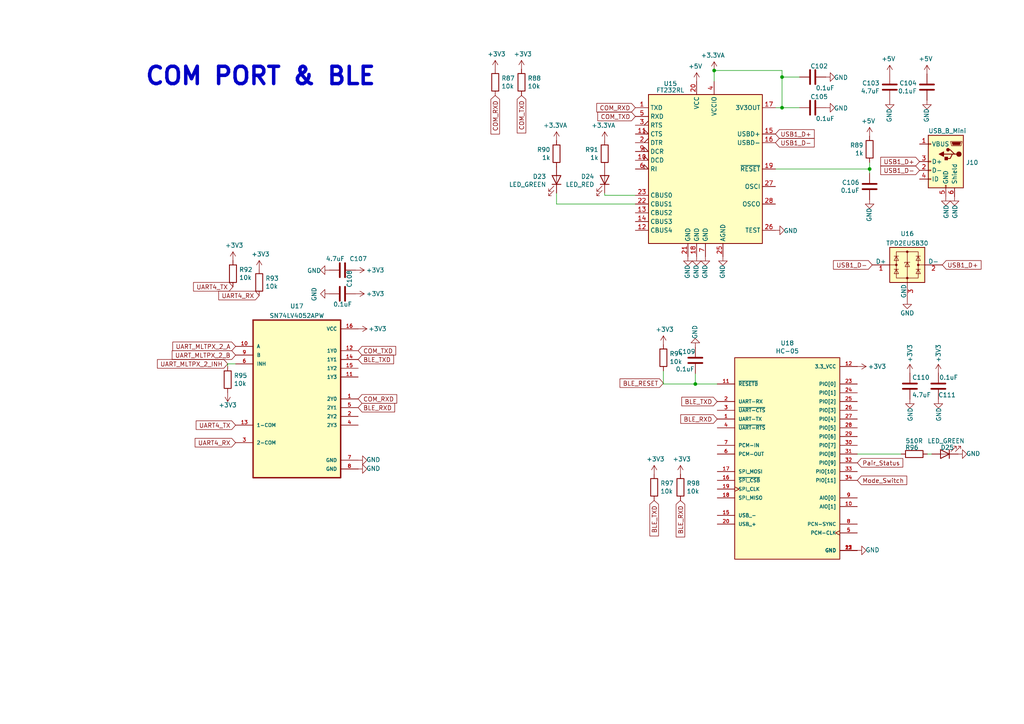
<source format=kicad_sch>
(kicad_sch (version 20211123) (generator eeschema)
  (paper "A4")
  (lib_symbols
    (symbol "Connector:USB_B_Mini" (pin_names (offset 1.016))
      (property "Reference" "J" (at -5.08 11.43 0))
      (property "Value" "USB_B_Mini" (at -5.08 8.89 0))
      (symbol "USB_B_Mini_0_1"
        (rectangle (start -5.08 -7.62) (end 5.08 7.62) (stroke (width 0.254)) (fill (type background)))
        (circle (center -3.81 2.159) (radius 0.635) (stroke (width 0.254)) (fill (type outline)))
        (circle (center -0.635 3.429) (radius 0.381) (stroke (width 0.254)) (fill (type outline)))
        (rectangle (start -0.127 -7.62) (end 0.127 -6.858))
        (polyline (pts (xy -1.905 2.159) (xy 0.635 2.159)) (stroke (width 0.254)))
        (polyline (pts (xy -3.175 2.159) (xy -2.54 2.159) (xy -1.27 3.429) (xy -0.635 3.429)) (stroke (width 0.254)))
        (polyline (pts (xy -2.54 2.159) (xy -1.905 2.159) (xy -1.27 0.889) (xy 0 0.889)) (stroke (width 0.254)))
        (polyline (pts (xy 0.635 2.794) (xy 0.635 1.524) (xy 1.905 2.159) (xy 0.635 2.794)) (stroke (width 0.254)) (fill (type outline)))
        (polyline (pts (xy -4.318 5.588) (xy -1.778 5.588) (xy -2.032 4.826) (xy -4.064 4.826) (xy -4.318 5.588)) (fill (type outline)))
        (polyline (pts (xy -4.699 5.842) (xy -4.699 5.588) (xy -4.445 4.826) (xy -4.445 4.572) (xy -1.651 4.572) (xy -1.651 4.826) (xy -1.397 5.588) (xy -1.397 5.842) (xy -4.699 5.842)))
        (rectangle (start 0.254 1.27) (end -0.508 0.508) (stroke (width 0.254)) (fill (type outline)))
        (rectangle (start 5.08 -5.207) (end 4.318 -4.953))
        (rectangle (start 5.08 -2.667) (end 4.318 -2.413))
        (rectangle (start 5.08 -0.127) (end 4.318 0.127))
        (rectangle (start 5.08 4.953) (end 4.318 5.207))
      )
      (symbol "USB_B_Mini_1_1"
        (pin power_out line (at 7.62 5.08 180) (length 2.54) (name "VBUS") (number "1"))
        (pin bidirectional line (at 7.62 -2.54 180) (length 2.54) (name "D-") (number "2"))
        (pin bidirectional line (at 7.62 0 180) (length 2.54) (name "D+") (number "3"))
        (pin passive line (at 7.62 -5.08 180) (length 2.54) (name "ID") (number "4"))
        (pin power_out line (at 0 -10.16 90) (length 2.54) (name "GND") (number "5"))
        (pin passive line (at -2.54 -10.16 90) (length 2.54) (name "Shield") (number "6"))
      )
    )
    (symbol "Device:C" (pin_numbers hide) (pin_names (offset 0.254))
      (property "Reference" "C" (at 0.635 2.54 0))
      (property "Value" "C" (at 0.635 -2.54 0))
      (symbol "C_0_1"
        (polyline (pts (xy -2.032 -0.762) (xy 2.032 -0.762)) (stroke (width 0.508)))
        (polyline (pts (xy -2.032 0.762) (xy 2.032 0.762)) (stroke (width 0.508)))
      )
      (symbol "C_1_1"
        (pin passive line (at 0 3.81 270) (length 2.794) (name "~") (number "1"))
        (pin passive line (at 0 -3.81 90) (length 2.794) (name "~") (number "2"))
      )
    )
    (symbol "Device:LED" (pin_numbers hide) (pin_names (offset 1.016) hide)
      (property "Reference" "D" (at 0 2.54 0))
      (property "Value" "LED" (at 0 -2.54 0))
      (symbol "LED_0_1"
        (polyline (pts (xy -1.27 -1.27) (xy -1.27 1.27)) (stroke (width 0.254)))
        (polyline (pts (xy -1.27 0) (xy 1.27 0)))
        (polyline (pts (xy 1.27 -1.27) (xy 1.27 1.27) (xy -1.27 0) (xy 1.27 -1.27)) (stroke (width 0.254)))
        (polyline (pts (xy -3.048 -0.762) (xy -4.572 -2.286) (xy -3.81 -2.286) (xy -4.572 -2.286) (xy -4.572 -1.524)))
        (polyline (pts (xy -1.778 -0.762) (xy -3.302 -2.286) (xy -2.54 -2.286) (xy -3.302 -2.286) (xy -3.302 -1.524)))
      )
      (symbol "LED_1_1"
        (pin passive line (at -3.81 0 0) (length 2.54) (name "K") (number "1"))
        (pin passive line (at 3.81 0 180) (length 2.54) (name "A") (number "2"))
      )
    )
    (symbol "Device:R" (pin_numbers hide) (pin_names (offset 0))
      (property "Reference" "R" (at 2.032 0 90))
      (property "Value" "R" (at 0 0 90))
      (symbol "R_0_1"
        (rectangle (start -1.016 -2.54) (end 1.016 2.54) (stroke (width 0.254)))
      )
      (symbol "R_1_1"
        (pin passive line (at 0 3.81 270) (length 1.27) (name "~") (number "1"))
        (pin passive line (at 0 -3.81 90) (length 1.27) (name "~") (number "2"))
      )
    )
    (symbol "Interface_USB:FT232RL"
      (property "Reference" "U" (at -16.51 22.86 0))
      (property "Value" "FT232RL" (at 10.16 22.86 0))
      (symbol "FT232RL_0_1"
        (rectangle (start -16.51 21.59) (end 16.51 -21.59) (stroke (width 0.254)) (fill (type background)))
      )
      (symbol "FT232RL_1_1"
        (pin output line (at 20.32 17.78 180) (length 3.81) (name "TXD") (number "1"))
        (pin input input_low (at 20.32 2.54 180) (length 3.81) (name "DCD") (number "10"))
        (pin input input_low (at 20.32 10.16 180) (length 3.81) (name "CTS") (number "11"))
        (pin bidirectional line (at 20.32 -17.78 180) (length 3.81) (name "CBUS4") (number "12"))
        (pin bidirectional line (at 20.32 -12.7 180) (length 3.81) (name "CBUS2") (number "13"))
        (pin bidirectional line (at 20.32 -15.24 180) (length 3.81) (name "CBUS3") (number "14"))
        (pin bidirectional line (at -20.32 10.16 0) (length 3.81) (name "USBD+") (number "15"))
        (pin bidirectional line (at -20.32 7.62 0) (length 3.81) (name "USBD-") (number "16"))
        (pin power_out line (at -20.32 17.78 0) (length 3.81) (name "3V3OUT") (number "17"))
        (pin power_in line (at 2.54 -25.4 90) (length 3.81) (name "GND") (number "18"))
        (pin input line (at -20.32 0 0) (length 3.81) (name "~{RESET}") (number "19"))
        (pin output output_low (at 20.32 7.62 180) (length 3.81) (name "DTR") (number "2"))
        (pin power_in line (at 2.54 25.4 270) (length 3.81) (name "VCC") (number "20"))
        (pin power_in line (at 5.08 -25.4 90) (length 3.81) (name "GND") (number "21"))
        (pin bidirectional line (at 20.32 -10.16 180) (length 3.81) (name "CBUS1") (number "22"))
        (pin bidirectional line (at 20.32 -7.62 180) (length 3.81) (name "CBUS0") (number "23"))
        (pin power_in line (at -5.08 -25.4 90) (length 3.81) (name "AGND") (number "25"))
        (pin input line (at -20.32 -17.78 0) (length 3.81) (name "TEST") (number "26"))
        (pin input line (at -20.32 -5.08 0) (length 3.81) (name "OSCI") (number "27"))
        (pin output line (at -20.32 -10.16 0) (length 3.81) (name "OSCO") (number "28"))
        (pin output output_low (at 20.32 12.7 180) (length 3.81) (name "RTS") (number "3"))
        (pin power_in line (at -2.54 25.4 270) (length 3.81) (name "VCCIO") (number "4"))
        (pin input line (at 20.32 15.24 180) (length 3.81) (name "RXD") (number "5"))
        (pin input input_low (at 20.32 0 180) (length 3.81) (name "RI") (number "6"))
        (pin power_in line (at 0 -25.4 90) (length 3.81) (name "GND") (number "7"))
        (pin input input_low (at 20.32 5.08 180) (length 3.81) (name "DCR") (number "9"))
      )
    )
    (symbol "Power_Protection:TPD2EUSB30" (pin_names (offset 0))
      (property "Reference" "U" (at 0 6.35 0))
      (property "Value" "TPD2EUSB30" (at 7.62 -7.62 0))
      (symbol "TPD2EUSB30_0_1"
        (rectangle (start -5.08 5.08) (end 5.08 -5.08) (stroke (width 0.254)) (fill (type background)))
        (circle (center -3.175 0) (radius 0.2794) (fill (type outline)))
        (rectangle (start -3.175 3.81) (end 3.175 -3.81))
        (circle (center 0 -3.81) (radius 0.2794) (fill (type outline)))
        (polyline (pts (xy -5.08 0) (xy -3.175 0)))
        (polyline (pts (xy -3.81 -1.27) (xy -2.54 -1.27)))
        (polyline (pts (xy -3.81 2.54) (xy -2.54 2.54)))
        (polyline (pts (xy 0 3.81) (xy 0 -5.08)))
        (polyline (pts (xy 2.54 -1.27) (xy 3.81 -1.27)))
        (polyline (pts (xy 2.54 2.54) (xy 3.81 2.54)))
        (polyline (pts (xy 5.08 0) (xy 3.175 0)))
        (polyline (pts (xy 0.762 0.762) (xy -0.762 0.762) (xy -0.762 0.508)))
        (polyline (pts (xy -2.54 -2.54) (xy -3.81 -2.54) (xy -3.175 -1.27) (xy -2.54 -2.54)))
        (polyline (pts (xy -2.54 1.27) (xy -3.81 1.27) (xy -3.175 2.54) (xy -2.54 1.27)))
        (polyline (pts (xy 0.635 -0.508) (xy -0.635 -0.508) (xy 0 0.762) (xy 0.635 -0.508)))
        (polyline (pts (xy 3.81 -2.54) (xy 2.54 -2.54) (xy 3.175 -1.27) (xy 3.81 -2.54)))
        (polyline (pts (xy 3.81 1.27) (xy 2.54 1.27) (xy 3.175 2.54) (xy 3.81 1.27)))
        (circle (center 0 3.81) (radius 0.2794) (fill (type outline)))
        (circle (center 3.175 0) (radius 0.2794) (fill (type outline)))
      )
      (symbol "TPD2EUSB30_1_1"
        (pin passive line (at -10.16 0 0) (length 5.08) (name "D+") (number "1"))
        (pin passive line (at 10.16 0 180) (length 5.08) (name "D-") (number "2"))
        (pin passive line (at 0 -10.16 90) (length 5.08) (name "GND") (number "3"))
      )
    )
    (symbol "RF:HC-05" (pin_names (offset 1.016))
      (property "Reference" "U" (at -15.24 31.115 0))
      (property "Value" "RF_HC-05" (at -15.24 -30.48 0))
      (symbol "HC-05_0_0"
        (rectangle (start -15.24 -27.94) (end 15.24 30.48) (stroke (width 0.254)) (fill (type background)))
        (pin output line (at -20.32 12.7 0) (length 5.08) (name "UART-TX") (number "1"))
        (pin bidirectional line (at 20.32 -12.7 180) (length 5.08) (name "AIO[1]") (number "10"))
        (pin input line (at -20.32 22.86 0) (length 5.08) (name "~{RESETB}") (number "11"))
        (pin power_in line (at 20.32 27.94 180) (length 5.08) (name "3.3_VCC") (number "12"))
        (pin power_in line (at 20.32 -25.4 180) (length 5.08) (name "GND") (number "13"))
        (pin bidirectional line (at -20.32 -15.24 0) (length 5.08) (name "USB_-") (number "15"))
        (pin input line (at -20.32 -5.08 0) (length 5.08) (name "~{SPI_CSB}") (number "16"))
        (pin input line (at -20.32 -2.54 0) (length 5.08) (name "SPI_MOSI") (number "17"))
        (pin output line (at -20.32 -10.16 0) (length 5.08) (name "SPI_MISO") (number "18"))
        (pin input clock (at -20.32 -7.62 0) (length 5.08) (name "SPI_CLK") (number "19"))
        (pin input line (at -20.32 17.78 0) (length 5.08) (name "UART-RX") (number "2"))
        (pin bidirectional line (at -20.32 -17.78 0) (length 5.08) (name "USB_+") (number "20"))
        (pin power_in line (at 20.32 -25.4 180) (length 5.08) (name "GND") (number "21"))
        (pin power_in line (at 20.32 -25.4 180) (length 5.08) (name "GND") (number "22"))
        (pin bidirectional line (at 20.32 22.86 180) (length 5.08) (name "PIO[0]") (number "23"))
        (pin bidirectional line (at 20.32 20.32 180) (length 5.08) (name "PIO[1]") (number "24"))
        (pin bidirectional line (at 20.32 17.78 180) (length 5.08) (name "PIO[2]") (number "25"))
        (pin bidirectional line (at 20.32 15.24 180) (length 5.08) (name "PIO[3]") (number "26"))
        (pin bidirectional line (at 20.32 12.7 180) (length 5.08) (name "PIO[4]") (number "27"))
        (pin bidirectional line (at 20.32 10.16 180) (length 5.08) (name "PIO[5]") (number "28"))
        (pin bidirectional line (at 20.32 7.62 180) (length 5.08) (name "PIO[6]") (number "29"))
        (pin input line (at -20.32 15.24 0) (length 5.08) (name "~{UART-CTS}") (number "3"))
        (pin bidirectional line (at 20.32 5.08 180) (length 5.08) (name "PIO[7]") (number "30"))
        (pin bidirectional line (at 20.32 2.54 180) (length 5.08) (name "PIO[8]") (number "31"))
        (pin bidirectional line (at 20.32 0 180) (length 5.08) (name "PIO[9]") (number "32"))
        (pin bidirectional line (at 20.32 -2.54 180) (length 5.08) (name "PIO[10]") (number "33"))
        (pin bidirectional line (at 20.32 -5.08 180) (length 5.08) (name "PIO[11]") (number "34"))
        (pin output line (at -20.32 10.16 0) (length 5.08) (name "~{UART-RTS}") (number "4"))
        (pin bidirectional clock (at 20.32 -20.32 180) (length 5.08) (name "PCM-CLK") (number "5"))
        (pin output line (at -20.32 2.54 0) (length 5.08) (name "PCM-OUT") (number "6"))
        (pin input line (at -20.32 5.08 0) (length 5.08) (name "PCM-IN") (number "7"))
        (pin bidirectional line (at 20.32 -17.78 180) (length 5.08) (name "PCN-SYNC") (number "8"))
        (pin bidirectional line (at 20.32 -10.16 180) (length 5.08) (name "AIO[0]") (number "9"))
      )
    )
    (symbol "Symbols:SN74LV4052APW" (pin_names (offset 1.016))
      (property "Reference" "U" (at -12.7 23.8506 0))
      (property "Value" "SN74LV4052APW" (at -12.7 -26.8478 0))
      (symbol "SN74LV4052APW_0_0"
        (rectangle (start -12.7 -22.86) (end 12.7 22.86) (stroke (width 0.4064)) (fill (type background)))
        (pin output line (at 17.78 0 180) (length 5.08) (name "2Y0") (number "1"))
        (pin input line (at -17.78 15.24 0) (length 5.08) (name "A") (number "10"))
        (pin output line (at 17.78 6.35 180) (length 5.08) (name "1Y3") (number "11"))
        (pin output line (at 17.78 13.97 180) (length 5.08) (name "1Y0") (number "12"))
        (pin bidirectional line (at -17.78 -7.62 0) (length 5.08) (name "1-COM") (number "13"))
        (pin output line (at 17.78 11.43 180) (length 5.08) (name "1Y1") (number "14"))
        (pin output line (at 17.78 8.89 180) (length 5.08) (name "1Y2") (number "15"))
        (pin power_in line (at 17.78 20.32 180) (length 5.08) (name "VCC") (number "16"))
        (pin output line (at 17.78 -5.08 180) (length 5.08) (name "2Y2") (number "2"))
        (pin bidirectional line (at -17.78 -12.7 0) (length 5.08) (name "2-COM") (number "3"))
        (pin output line (at 17.78 -7.62 180) (length 5.08) (name "2Y3") (number "4"))
        (pin output line (at 17.78 -2.54 180) (length 5.08) (name "2Y1") (number "5"))
        (pin input line (at -17.78 10.16 0) (length 5.08) (name "INH") (number "6"))
        (pin power_in line (at 17.78 -17.78 180) (length 5.08) (name "GND") (number "7"))
        (pin power_in line (at 17.78 -20.32 180) (length 5.08) (name "GND") (number "8"))
        (pin input line (at -17.78 12.7 0) (length 5.08) (name "B") (number "9"))
      )
    )
    (symbol "power:+3.3V" (power) (pin_names (offset 0))
      (property "Value" "+3.3V" (at 0 3.556 0))
      (symbol "+3.3V_0_1"
        (polyline (pts (xy -0.762 1.27) (xy 0 2.54)))
        (polyline (pts (xy 0 0) (xy 0 2.54)))
        (polyline (pts (xy 0 2.54) (xy 0.762 1.27)))
      )
      (symbol "+3.3V_1_1"
        (pin power_in line (at 0 0 90) (length 0) hide (name "+3V3") (number "1"))
      )
    )
    (symbol "power:+3.3VA" (power) (pin_names (offset 0))
      (property "Value" "+3.3VA" (at 0 3.556 0))
      (symbol "+3.3VA_0_1"
        (polyline (pts (xy -0.762 1.27) (xy 0 2.54)))
        (polyline (pts (xy 0 0) (xy 0 2.54)))
        (polyline (pts (xy 0 2.54) (xy 0.762 1.27)))
      )
      (symbol "+3.3VA_1_1"
        (pin power_in line (at 0 0 90) (length 0) hide (name "+3.3VA") (number "1"))
      )
    )
    (symbol "power:+5V" (power) (pin_names (offset 0))
      (property "Value" "+5V" (at 0 3.556 0))
      (symbol "+5V_0_1"
        (polyline (pts (xy -0.762 1.27) (xy 0 2.54)))
        (polyline (pts (xy 0 0) (xy 0 2.54)))
        (polyline (pts (xy 0 2.54) (xy 0.762 1.27)))
      )
      (symbol "+5V_1_1"
        (pin power_in line (at 0 0 90) (length 0) hide (name "+5V") (number "1"))
      )
    )
    (symbol "power:GND" (power) (pin_names (offset 0))
      (property "Value" "GND" (at 0 -3.81 0))
      (symbol "GND_0_1"
        (polyline (pts (xy 0 0) (xy 0 -1.27) (xy 1.27 -1.27) (xy 0 -2.54) (xy -1.27 -1.27) (xy 0 -1.27)))
      )
      (symbol "GND_1_1"
        (pin power_in line (at 0 0 270) (length 0) hide (name "GND") (number "1"))
      )
    )
  )
  (junction (at 252.222 49.022))
  (junction (at 226.822 31.242))
  (junction (at 201.676 111.379))
  (junction (at 226.822 22.352))
  (junction (at 207.137 20.447))
  (wire (pts (xy 66.04 105.537) (xy 68.326 105.537)))
  (wire (pts (xy 184.277 56.642) (xy 175.387 56.642)))
  (wire (pts (xy 192.405 111.379) (xy 201.676 111.379)))
  (wire (pts (xy 226.822 20.447) (xy 226.822 22.352)))
  (wire (pts (xy 261.366 131.699) (xy 248.666 131.699)))
  (wire (pts (xy 201.676 108.331) (xy 201.676 111.379)))
  (wire (pts (xy 161.417 56.007) (xy 161.417 59.182)))
  (wire (pts (xy 270.256 131.699) (xy 268.986 131.699)))
  (wire (pts (xy 252.222 50.292) (xy 252.222 49.022)))
  (wire (pts (xy 224.917 49.022) (xy 252.222 49.022)))
  (wire (pts (xy 226.822 22.352) (xy 226.822 31.242)))
  (wire (pts (xy 226.822 31.242) (xy 231.902 31.242)))
  (wire (pts (xy 66.04 106.299) (xy 66.04 105.537)))
  (wire (pts (xy 207.137 23.622) (xy 207.137 20.447)))
  (wire (pts (xy 231.902 22.352) (xy 226.822 22.352)))
  (wire (pts (xy 184.277 59.182) (xy 161.417 59.182)))
  (wire (pts (xy 201.676 111.379) (xy 208.026 111.379)))
  (wire (pts (xy 207.137 20.447) (xy 226.822 20.447)))
  (wire (pts (xy 175.387 56.642) (xy 175.387 56.007)))
  (wire (pts (xy 224.917 31.242) (xy 226.822 31.242)))
  (wire (pts (xy 192.405 111.379) (xy 192.405 107.569)))
  (wire (pts (xy 252.222 49.022) (xy 252.222 47.117)))
  (text "COM PORT & BLE" (at 41.783 25.146 0) (effects (font (size 5.0038 5.0038) (thickness 1.0008) bold) (justify left bottom)))
  (global_label "COM_RXD" (shape input) (at 184.277 31.242 180) (property "Intersheet References" "${INTERSHEET_REFS}" (effects hide)))
  (global_label "UART4_TX" (shape input) (at 67.564 83.185 180) (property "Intersheet References" "${INTERSHEET_REFS}" (effects hide)))
  (global_label "BLE_RXD" (shape input) (at 208.026 121.539 180) (property "Intersheet References" "${INTERSHEET_REFS}" (effects hide)))
  (global_label "UART_MLTPX_2_INH" (shape input) (at 66.04 105.537 180) (property "Intersheet References" "${INTERSHEET_REFS}" (effects hide)))
  (global_label "BLE_TXD" (shape input) (at 103.886 104.267 0) (property "Intersheet References" "${INTERSHEET_REFS}" (effects hide)))
  (global_label "BLE_RXD" (shape input) (at 103.886 118.237 0) (property "Intersheet References" "${INTERSHEET_REFS}" (effects hide)))
  (global_label "UART_MLTPX_2_A" (shape input) (at 68.326 100.457 180) (property "Intersheet References" "${INTERSHEET_REFS}" (effects hide)))
  (global_label "BLE_RXD" (shape input) (at 197.358 145.161 270) (property "Intersheet References" "${INTERSHEET_REFS}" (effects hide)))
  (global_label "Mode_Switch" (shape input) (at 248.666 139.319 0) (property "Intersheet References" "${INTERSHEET_REFS}" (effects hide)))
  (global_label "COM_TXD" (shape input) (at 103.886 101.727 0) (property "Intersheet References" "${INTERSHEET_REFS}" (effects hide)))
  (global_label "UART4_TX" (shape input) (at 68.326 123.317 180) (property "Intersheet References" "${INTERSHEET_REFS}" (effects hide)))
  (global_label "BLE_TXD" (shape input) (at 208.026 116.459 180) (property "Intersheet References" "${INTERSHEET_REFS}" (effects hide)))
  (global_label "COM_TXD" (shape input) (at 184.277 33.782 180) (property "Intersheet References" "${INTERSHEET_REFS}" (effects hide)))
  (global_label "COM_RXD" (shape input) (at 143.637 27.686 270) (property "Intersheet References" "${INTERSHEET_REFS}" (effects hide)))
  (global_label "BLE_TXD" (shape input) (at 189.738 145.161 270) (property "Intersheet References" "${INTERSHEET_REFS}" (effects hide)))
  (global_label "COM_TXD" (shape input) (at 151.257 27.686 270) (property "Intersheet References" "${INTERSHEET_REFS}" (effects hide)))
  (global_label "Pair_Status" (shape input) (at 248.666 134.239 0) (property "Intersheet References" "${INTERSHEET_REFS}" (effects hide)))
  (global_label "USB1_D+" (shape input) (at 273.304 76.835 0) (property "Intersheet References" "${INTERSHEET_REFS}" (effects hide)))
  (global_label "UART_MLTPX_2_B" (shape input) (at 68.326 102.997 180) (property "Intersheet References" "${INTERSHEET_REFS}" (effects hide)))
  (global_label "USB1_D+" (shape input) (at 224.917 38.862 0) (property "Intersheet References" "${INTERSHEET_REFS}" (effects hide)))
  (global_label "UART4_RX" (shape input) (at 75.184 85.725 180) (property "Intersheet References" "${INTERSHEET_REFS}" (effects hide)))
  (global_label "COM_RXD" (shape input) (at 103.886 115.697 0) (property "Intersheet References" "${INTERSHEET_REFS}" (effects hide)))
  (global_label "USB1_D-" (shape input) (at 266.7 49.403 180) (property "Intersheet References" "${INTERSHEET_REFS}" (effects hide)))
  (global_label "BLE_RESET" (shape input) (at 192.405 111.125 180) (property "Intersheet References" "${INTERSHEET_REFS}" (effects hide)))
  (global_label "USB1_D-" (shape input) (at 224.917 41.402 0) (property "Intersheet References" "${INTERSHEET_REFS}" (effects hide)))
  (global_label "USB1_D+" (shape input) (at 266.7 46.863 180) (property "Intersheet References" "${INTERSHEET_REFS}" (effects hide)))
  (global_label "USB1_D-" (shape input) (at 252.984 76.835 180) (property "Intersheet References" "${INTERSHEET_REFS}" (effects hide)))
  (global_label "UART4_RX" (shape input) (at 68.326 128.397 180) (property "Intersheet References" "${INTERSHEET_REFS}" (effects hide)))
  (symbol (lib_id "Device:LED") (at 161.417 52.197 270) (mirror x) (unit 1)
    (property "Reference" "D23" (at 158.4198 51.2064 90) (effects (justify right)))
    (property "Value" "LED_GREEN" (at 158.4198 53.5178 90) (effects (justify right)))
    (property "Footprint" "LED_SMD:LED_0603_1608Metric" (effects hide))
  )
  (symbol (lib_id "Device:R") (at 67.564 79.375 0) (unit 1)
    (property "Reference" "R92" (at 69.342 78.2066 0) (effects (justify left)))
    (property "Value" "10k" (at 69.342 80.518 0) (effects (justify left)))
    (property "Footprint" "Resistor_SMD:R_0603_1608Metric" (effects hide))
  )
  (symbol (lib_id "power:GND") (at 248.666 159.639 90) (unit 1)
    (property "Reference" "#PWR0318" (effects hide))
    (property "Value" "GND" (at 253.0602 159.512 90))
  )
  (symbol (lib_id "power:+3.3V") (at 75.184 78.105 0) (unit 1)
    (property "Reference" "#PWR0298" (effects hide))
    (property "Value" "+3.3V" (at 75.565 73.7108 0))
  )
  (symbol (lib_id "Device:R") (at 66.04 110.109 180) (unit 1)
    (property "Reference" "R95" (at 67.818 108.9406 0) (effects (justify right)))
    (property "Value" "10k" (at 67.818 111.252 0) (effects (justify right)))
    (property "Footprint" "Resistor_SMD:R_0603_1608Metric" (effects hide))
  )
  (symbol (lib_id "Device:C") (at 263.906 112.014 0) (unit 1)
    (property "Reference" "C110" (at 264.541 109.474 0) (effects (justify left)))
    (property "Value" "4.7uF" (at 264.541 114.554 0) (effects (justify left)))
    (property "Footprint" "Capacitor_SMD:C_0805_2012Metric" (effects hide))
  )
  (symbol (lib_id "Device:LED") (at 274.066 131.699 180) (unit 1)
    (property "Reference" "D25" (at 272.796 129.794 0) (effects (justify right)))
    (property "Value" "LED_GREEN" (at 268.986 127.889 0) (effects (justify right)))
    (property "Footprint" "LED_SMD:LED_0603_1608Metric" (effects hide))
  )
  (symbol (lib_id "Device:R") (at 143.637 23.876 0) (unit 1)
    (property "Reference" "R87" (at 145.415 22.7076 0) (effects (justify left)))
    (property "Value" "10k" (at 145.415 25.019 0) (effects (justify left)))
    (property "Footprint" "Resistor_SMD:R_0603_1608Metric" (effects hide))
  )
  (symbol (lib_id "Device:R") (at 175.387 44.577 0) (mirror y) (unit 1)
    (property "Reference" "R91" (at 173.609 43.4086 0) (effects (justify left)))
    (property "Value" "1k" (at 173.609 45.72 0) (effects (justify left)))
    (property "Footprint" "Resistor_SMD:R_0603_1608Metric" (effects hide))
  )
  (symbol (lib_id "power:+3.3V") (at 189.738 137.541 0) (unit 1)
    (property "Reference" "#PWR0316" (effects hide))
    (property "Value" "+3.3V" (at 190.119 133.1468 0))
  )
  (symbol (lib_id "power:GND") (at 276.86 57.023 0) (unit 1)
    (property "Reference" "#PWR0290" (effects hide))
    (property "Value" "GND" (at 276.987 61.4172 90))
  )
  (symbol (lib_id "Device:C") (at 252.222 54.102 0) (mirror y) (unit 1)
    (property "Reference" "C106" (at 249.301 52.9336 0) (effects (justify left)))
    (property "Value" "0.1uF" (at 249.301 55.245 0) (effects (justify left)))
    (property "Footprint" "Capacitor_SMD:C_0603_1608Metric" (effects hide))
  )
  (symbol (lib_id "Device:C") (at 268.859 25.273 0) (mirror y) (unit 1)
    (property "Reference" "C104" (at 265.938 24.1046 0) (effects (justify left)))
    (property "Value" "0.1uF" (at 265.938 26.416 0) (effects (justify left)))
    (property "Footprint" "Capacitor_SMD:C_0603_1608Metric" (effects hide))
  )
  (symbol (lib_id "Device:C") (at 235.712 22.352 90) (mirror x) (unit 1)
    (property "Reference" "C102" (at 240.157 19.177 90) (effects (justify left)))
    (property "Value" "0.1uF" (at 242.062 25.527 90) (effects (justify left)))
    (property "Footprint" "Capacitor_SMD:C_0603_1608Metric" (effects hide))
  )
  (symbol (lib_id "power:GND") (at 263.144 86.995 0) (unit 1)
    (property "Reference" "#PWR0303" (effects hide))
    (property "Value" "GND" (at 263.144 90.805 0))
  )
  (symbol (lib_id "power:GND") (at 204.597 74.422 0) (mirror y) (unit 1)
    (property "Reference" "#PWR0295" (effects hide))
    (property "Value" "GND" (at 204.47 78.8162 90))
  )
  (symbol (lib_id "power:GND") (at 268.859 29.083 0) (mirror y) (unit 1)
    (property "Reference" "#PWR0284" (effects hide))
    (property "Value" "GND" (at 268.732 33.4772 90))
  )
  (symbol (lib_id "Connector:USB_B_Mini") (at 274.32 46.863 0) (mirror y) (unit 1)
    (property "Reference" "J10" (at 280.162 47.1424 0) (effects (justify right)))
    (property "Value" "USB_B_Mini" (at 269.24 37.973 0) (effects (justify right)))
    (property "Footprint" "Connector_USB:USB_Mini-B_Lumberg_2486_01_Horizontal" (effects hide))
  )
  (symbol (lib_id "Symbols:SN74LV4052APW") (at 86.106 115.697 0) (unit 1)
    (property "Reference" "U17" (at 86.106 88.7943 0))
    (property "Value" "SN74LV4052APW" (at 86.106 91.5694 0))
    (property "Footprint" "Package_SO:TSSOP-16_4.4x5mm_P0.65mm" (effects hide))
  )
  (symbol (lib_id "power:GND") (at 95.504 78.359 270) (unit 1)
    (property "Reference" "#PWR0299" (effects hide))
    (property "Value" "GND" (at 91.1098 78.486 90))
  )
  (symbol (lib_id "power:GND") (at 272.161 115.824 0) (unit 1)
    (property "Reference" "#PWR0312" (effects hide))
    (property "Value" "GND" (at 272.288 120.2182 90))
  )
  (symbol (lib_id "power:+5V") (at 252.222 39.497 0) (mirror y) (unit 1)
    (property "Reference" "#PWR0286" (effects hide))
    (property "Value" "+5V" (at 251.841 35.1028 0))
  )
  (symbol (lib_id "power:GND") (at 201.676 100.711 180) (unit 1)
    (property "Reference" "#PWR0306" (effects hide))
    (property "Value" "GND" (at 201.549 96.3168 90))
  )
  (symbol (lib_id "power:+3.3V") (at 192.405 99.949 0) (unit 1)
    (property "Reference" "#PWR0305" (effects hide))
    (property "Value" "+3.3V" (at 192.786 95.5548 0))
  )
  (symbol (lib_id "power:+3.3V") (at 66.04 113.919 180) (unit 1)
    (property "Reference" "#PWR0310" (effects hide))
    (property "Value" "+3.3V" (at 66.04 117.475 0))
  )
  (symbol (lib_id "power:+3.3V") (at 272.161 108.204 0) (unit 1)
    (property "Reference" "#PWR0309" (effects hide))
    (property "Value" "+3.3V" (at 272.161 102.489 90))
  )
  (symbol (lib_id "power:+3.3V") (at 151.257 20.066 0) (unit 1)
    (property "Reference" "#PWR0277" (effects hide))
    (property "Value" "+3.3V" (at 151.638 15.6718 0))
  )
  (symbol (lib_id "Device:R") (at 189.738 141.351 0) (unit 1)
    (property "Reference" "R97" (at 191.516 140.1826 0) (effects (justify left)))
    (property "Value" "10k" (at 191.516 142.494 0) (effects (justify left)))
    (property "Footprint" "Resistor_SMD:R_0603_1608Metric" (effects hide))
  )
  (symbol (lib_id "Device:R") (at 151.257 23.876 0) (unit 1)
    (property "Reference" "R88" (at 153.035 22.7076 0) (effects (justify left)))
    (property "Value" "10k" (at 153.035 25.019 0) (effects (justify left)))
    (property "Footprint" "Resistor_SMD:R_0603_1608Metric" (effects hide))
  )
  (symbol (lib_id "power:GND") (at 258.064 29.083 0) (mirror y) (unit 1)
    (property "Reference" "#PWR0283" (effects hide))
    (property "Value" "GND" (at 257.937 33.4772 90))
  )
  (symbol (lib_id "Interface_USB:FT232RL") (at 204.597 49.022 0) (mirror y) (unit 1)
    (property "Reference" "U15" (at 194.437 24.257 0))
    (property "Value" "FT232RL" (at 194.437 26.162 0))
    (property "Footprint" "Package_SO:SSOP-28_5.3x10.2mm_P0.65mm" (effects hide))
    (property "Datasheet" "https://www.ftdichip.com/Support/Documents/DataSheets/ICs/DS_FT232R.pdf" (effects hide))
  )
  (symbol (lib_id "Device:R") (at 252.222 43.307 0) (mirror y) (unit 1)
    (property "Reference" "R89" (at 250.444 42.1386 0) (effects (justify left)))
    (property "Value" "1k" (at 250.444 44.45 0) (effects (justify left)))
    (property "Footprint" "Resistor_SMD:R_0603_1608Metric" (effects hide))
  )
  (symbol (lib_id "Device:C") (at 99.314 78.359 270) (unit 1)
    (property "Reference" "C107" (at 101.346 75.057 90) (effects (justify left)))
    (property "Value" "4.7uF" (at 94.488 75.057 90) (effects (justify left)))
    (property "Footprint" "Capacitor_SMD:C_0805_2012Metric" (effects hide))
  )
  (symbol (lib_id "power:+3.3VA") (at 161.417 40.767 0) (mirror y) (unit 1)
    (property "Reference" "#PWR0287" (effects hide))
    (property "Value" "+3.3VA" (at 161.036 36.3728 0))
  )
  (symbol (lib_id "power:+3.3VA") (at 207.137 20.447 0) (mirror y) (unit 1)
    (property "Reference" "#PWR0278" (effects hide))
    (property "Value" "+3.3VA" (at 206.756 16.0528 0))
  )
  (symbol (lib_id "Device:C") (at 235.712 31.242 90) (mirror x) (unit 1)
    (property "Reference" "C105" (at 240.157 28.067 90) (effects (justify left)))
    (property "Value" "0.1uF" (at 242.062 34.417 90) (effects (justify left)))
    (property "Footprint" "Capacitor_SMD:C_0603_1608Metric" (effects hide))
  )
  (symbol (lib_id "Device:R") (at 192.405 103.759 0) (unit 1)
    (property "Reference" "R94" (at 194.183 102.5906 0) (effects (justify left)))
    (property "Value" "10k" (at 194.183 104.902 0) (effects (justify left)))
    (property "Footprint" "Resistor_SMD:R_0603_1608Metric" (effects hide))
  )
  (symbol (lib_id "power:GND") (at 202.057 74.422 0) (mirror y) (unit 1)
    (property "Reference" "#PWR0294" (effects hide))
    (property "Value" "GND" (at 201.93 78.8162 90))
  )
  (symbol (lib_id "power:GND") (at 263.906 115.824 0) (unit 1)
    (property "Reference" "#PWR0311" (effects hide))
    (property "Value" "GND" (at 264.033 120.2182 90))
  )
  (symbol (lib_id "power:GND") (at 95.504 85.217 270) (unit 1)
    (property "Reference" "#PWR0301" (effects hide))
    (property "Value" "GND" (at 91.1098 85.344 0))
  )
  (symbol (lib_id "power:GND") (at 103.886 133.477 90) (unit 1)
    (property "Reference" "#PWR0314" (effects hide))
    (property "Value" "GND" (at 108.2802 133.35 90))
  )
  (symbol (lib_id "power:+3.3V") (at 263.906 108.204 0) (unit 1)
    (property "Reference" "#PWR0308" (effects hide))
    (property "Value" "+3.3V" (at 263.906 102.489 90))
  )
  (symbol (lib_id "power:GND") (at 224.917 66.802 90) (mirror x) (unit 1)
    (property "Reference" "#PWR0292" (effects hide))
    (property "Value" "GND" (at 229.3112 66.929 90))
  )
  (symbol (lib_id "power:+3.3V") (at 103.124 78.359 270) (unit 1)
    (property "Reference" "#PWR0300" (effects hide))
    (property "Value" "+3.3V" (at 108.839 78.359 90))
  )
  (symbol (lib_id "power:GND") (at 209.677 74.422 0) (mirror y) (unit 1)
    (property "Reference" "#PWR0296" (effects hide))
    (property "Value" "GND" (at 209.55 78.8162 90))
  )
  (symbol (lib_id "power:+3.3V") (at 67.564 75.565 0) (unit 1)
    (property "Reference" "#PWR0297" (effects hide))
    (property "Value" "+3.3V" (at 67.945 71.1708 0))
  )
  (symbol (lib_id "power:+3.3V") (at 248.666 106.299 270) (unit 1)
    (property "Reference" "#PWR0307" (effects hide))
    (property "Value" "+3.3V" (at 254.381 106.299 90))
  )
  (symbol (lib_id "power:GND") (at 277.876 131.699 90) (unit 1)
    (property "Reference" "#PWR0313" (effects hide))
    (property "Value" "GND" (at 282.2702 131.572 90))
  )
  (symbol (lib_id "power:+3.3VA") (at 175.387 40.767 0) (mirror y) (unit 1)
    (property "Reference" "#PWR0288" (effects hide))
    (property "Value" "+3.3VA" (at 175.006 36.3728 0))
  )
  (symbol (lib_id "power:+3.3V") (at 197.358 137.541 0) (unit 1)
    (property "Reference" "#PWR0317" (effects hide))
    (property "Value" "+3.3V" (at 197.739 133.1468 0))
  )
  (symbol (lib_id "Power_Protection:TPD2EUSB30") (at 263.144 76.835 0) (unit 1)
    (property "Reference" "U16" (at 263.144 67.7885 0))
    (property "Value" "TPD2EUSB30" (at 263.144 70.5636 0))
    (property "Footprint" "Package_TO_SOT_SMD:Texas_DRT-3" (effects hide))
    (property "Datasheet" "http://www.ti.com/lit/ds/symlink/tpd2eusb30a.pdf" (effects hide))
  )
  (symbol (lib_id "power:+5V") (at 202.057 23.622 0) (mirror y) (unit 1)
    (property "Reference" "#PWR0282" (effects hide))
    (property "Value" "+5V" (at 201.676 19.2278 0))
  )
  (symbol (lib_id "power:+3.3V") (at 143.637 20.066 0) (unit 1)
    (property "Reference" "#PWR0276" (effects hide))
    (property "Value" "+3.3V" (at 144.018 15.6718 0))
  )
  (symbol (lib_id "Device:C") (at 258.064 25.273 0) (mirror y) (unit 1)
    (property "Reference" "C103" (at 255.143 24.1046 0) (effects (justify left)))
    (property "Value" "4.7uF" (at 255.143 26.416 0) (effects (justify left)))
    (property "Footprint" "Capacitor_SMD:C_0805_2012Metric" (effects hide))
  )
  (symbol (lib_id "Device:C") (at 272.161 112.014 180) (unit 1)
    (property "Reference" "C111" (at 277.241 114.554 0) (effects (justify left)))
    (property "Value" "0.1uF" (at 277.876 109.474 0) (effects (justify left)))
    (property "Footprint" "Capacitor_SMD:C_0603_1608Metric" (effects hide))
  )
  (symbol (lib_id "power:GND") (at 103.886 136.017 90) (unit 1)
    (property "Reference" "#PWR0315" (effects hide))
    (property "Value" "GND" (at 108.2802 135.89 90))
  )
  (symbol (lib_id "Device:R") (at 161.417 44.577 0) (mirror y) (unit 1)
    (property "Reference" "R90" (at 159.639 43.4086 0) (effects (justify left)))
    (property "Value" "1k" (at 159.639 45.72 0) (effects (justify left)))
    (property "Footprint" "Resistor_SMD:R_0603_1608Metric" (effects hide))
  )
  (symbol (lib_id "power:+3.3V") (at 103.124 85.217 270) (unit 1)
    (property "Reference" "#PWR0302" (effects hide))
    (property "Value" "+3.3V" (at 108.839 85.217 90))
  )
  (symbol (lib_id "power:+3.3V") (at 103.886 95.377 270) (unit 1)
    (property "Reference" "#PWR0304" (effects hide))
    (property "Value" "+3.3V" (at 109.474 95.377 90))
  )
  (symbol (lib_id "Device:R") (at 265.176 131.699 270) (unit 1)
    (property "Reference" "R96" (at 266.446 129.794 90) (effects (justify right)))
    (property "Value" "510R" (at 267.716 127.889 90) (effects (justify right)))
    (property "Footprint" "Resistor_SMD:R_0603_1608Metric" (effects hide))
  )
  (symbol (lib_id "power:+5V") (at 268.859 21.463 0) (mirror y) (unit 1)
    (property "Reference" "#PWR0280" (effects hide))
    (property "Value" "+5V" (at 268.478 17.0688 0))
  )
  (symbol (lib_id "power:GND") (at 239.522 22.352 90) (mirror x) (unit 1)
    (property "Reference" "#PWR0281" (effects hide))
    (property "Value" "GND" (at 243.9162 22.479 90))
  )
  (symbol (lib_id "Device:R") (at 197.358 141.351 0) (unit 1)
    (property "Reference" "R98" (at 199.136 140.1826 0) (effects (justify left)))
    (property "Value" "10k" (at 199.136 142.494 0) (effects (justify left)))
    (property "Footprint" "Resistor_SMD:R_0603_1608Metric" (effects hide))
  )
  (symbol (lib_id "Device:LED") (at 175.387 52.197 270) (mirror x) (unit 1)
    (property "Reference" "D24" (at 172.3898 51.2064 90) (effects (justify right)))
    (property "Value" "LED_RED" (at 172.3898 53.5178 90) (effects (justify right)))
    (property "Footprint" "LED_SMD:LED_0603_1608Metric" (effects hide))
  )
  (symbol (lib_id "power:+5V") (at 258.064 21.463 0) (mirror y) (unit 1)
    (property "Reference" "#PWR0279" (effects hide))
    (property "Value" "+5V" (at 257.683 17.0688 0))
  )
  (symbol (lib_id "power:GND") (at 199.517 74.422 0) (mirror y) (unit 1)
    (property "Reference" "#PWR0293" (effects hide))
    (property "Value" "GND" (at 199.39 78.8162 90))
  )
  (symbol (lib_id "power:GND") (at 252.222 57.912 0) (mirror y) (unit 1)
    (property "Reference" "#PWR0291" (effects hide))
    (property "Value" "GND" (at 252.095 62.3062 90))
  )
  (symbol (lib_id "Device:C") (at 201.676 104.521 0) (unit 1)
    (property "Reference" "C109" (at 196.596 101.981 0) (effects (justify left)))
    (property "Value" "0.1uF" (at 195.961 107.061 0) (effects (justify left)))
    (property "Footprint" "Capacitor_SMD:C_0603_1608Metric" (effects hide))
  )
  (symbol (lib_id "Device:C") (at 99.314 85.217 90) (unit 1)
    (property "Reference" "C108" (at 101.346 83.439 0) (effects (justify left)))
    (property "Value" "0.1uF" (at 102.108 88.265 90) (effects (justify left)))
    (property "Footprint" "Capacitor_SMD:C_0603_1608Metric" (effects hide))
  )
  (symbol (lib_id "power:GND") (at 274.32 57.023 0) (unit 1)
    (property "Reference" "#PWR0289" (effects hide))
    (property "Value" "GND" (at 274.447 61.4172 90))
  )
  (symbol (lib_id "RF:HC-05") (at 228.346 134.239 0) (unit 1)
    (property "Reference" "U18" (at 228.346 99.5172 0))
    (property "Value" "HC-05" (at 228.346 101.8286 0))
    (property "Footprint" "Footprint:HC-05" (effects hide))
  )
  (symbol (lib_id "power:GND") (at 239.522 31.242 90) (mirror x) (unit 1)
    (property "Reference" "#PWR0285" (effects hide))
    (property "Value" "GND" (at 243.9162 31.369 90))
  )
  (symbol (lib_id "Device:R") (at 75.184 81.915 0) (unit 1)
    (property "Reference" "R93" (at 76.962 80.7466 0) (effects (justify left)))
    (property "Value" "10k" (at 76.962 83.058 0) (effects (justify left)))
    (property "Footprint" "Resistor_SMD:R_0603_1608Metric" (effects hide))
  )
)
</source>
